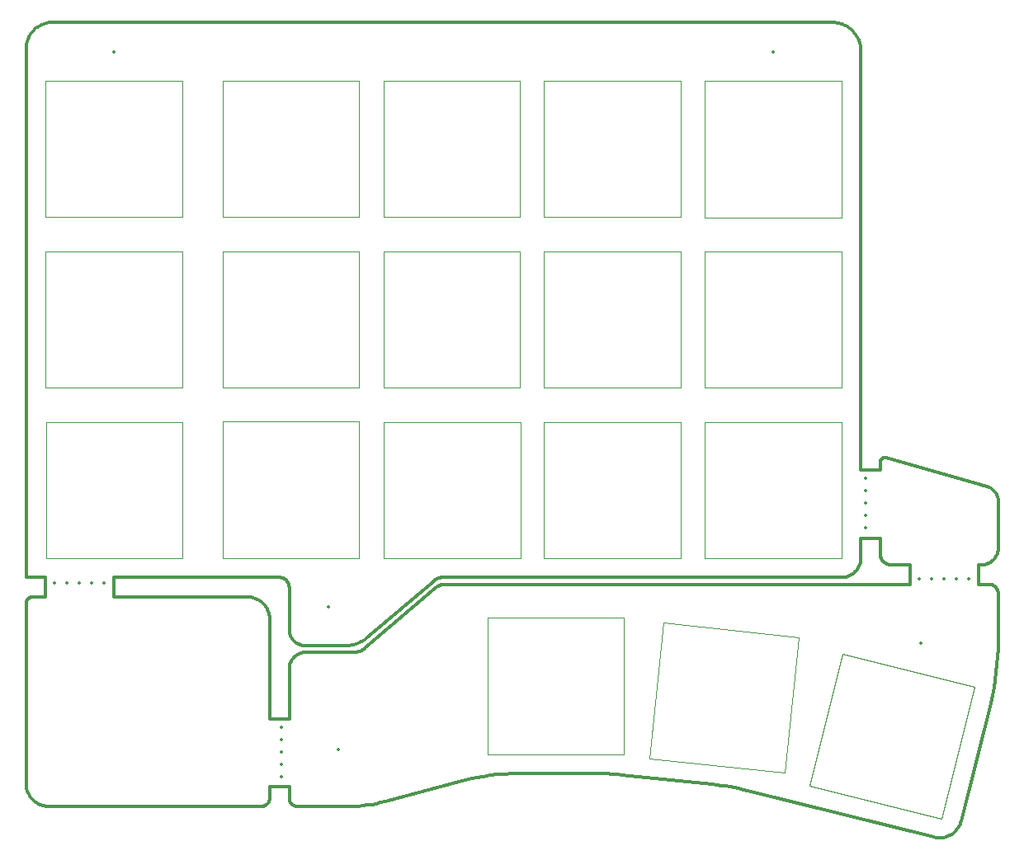
<source format=gbl>
%TF.GenerationSoftware,KiCad,Pcbnew,(6.0.6)*%
%TF.CreationDate,2022-09-17T23:41:59+09:00*%
%TF.ProjectId,split-mini_top,73706c69-742d-46d6-996e-695f746f702e,rev?*%
%TF.SameCoordinates,Original*%
%TF.FileFunction,Copper,L2,Bot*%
%TF.FilePolarity,Positive*%
%FSLAX46Y46*%
G04 Gerber Fmt 4.6, Leading zero omitted, Abs format (unit mm)*
G04 Created by KiCad (PCBNEW (6.0.6)) date 2022-09-17 23:41:59*
%MOMM*%
%LPD*%
G01*
G04 APERTURE LIST*
%TA.AperFunction,Profile*%
%ADD10C,0.349999*%
%TD*%
%TA.AperFunction,Profile*%
%ADD11C,0.120000*%
%TD*%
%ADD12C,0.350000*%
G04 APERTURE END LIST*
D10*
X55994536Y-84127249D02*
X62941371Y-78230300D01*
X48455705Y-101342096D02*
X48491151Y-101359916D01*
X105370687Y-77817152D02*
X105460997Y-77781545D01*
X47249151Y-77968775D02*
X47297495Y-77982189D01*
X48349869Y-84268510D02*
X48399840Y-84332657D01*
X45319867Y-101428740D02*
X45359889Y-101421758D01*
X21038639Y-23391422D02*
X21028677Y-23525300D01*
X47793113Y-78313838D02*
X47824164Y-78353695D01*
X116441411Y-103937807D02*
X116513709Y-103854992D01*
X21784794Y-100840594D02*
X21871179Y-100915014D01*
X23025611Y-77937815D02*
X23025611Y-77937815D01*
X55329939Y-85497070D02*
X55255709Y-85526188D01*
X70133669Y-98111382D02*
X70873306Y-98074982D01*
X120701220Y-75435875D02*
X120723363Y-75356073D01*
X49434057Y-84919741D02*
X49514751Y-84929764D01*
X116937738Y-103067128D02*
X116968856Y-102954535D01*
X30025611Y-77937815D02*
X30025611Y-77937815D01*
X21622888Y-100678691D02*
X21701835Y-100761649D01*
X63118653Y-78104941D02*
X63165926Y-78078795D01*
X115644464Y-104498434D02*
X115743942Y-104453807D01*
X111774467Y-78637816D02*
X111774467Y-78637816D01*
X21025611Y-99129103D02*
X21025611Y-99129103D01*
X54196868Y-101437812D02*
X54659376Y-101430232D01*
X46021592Y-100691593D02*
X46024625Y-100650809D01*
X55372273Y-84547125D02*
X55503273Y-84474664D01*
X22555917Y-101302658D02*
X22662900Y-101338053D01*
X21548467Y-100592307D02*
X21622888Y-100678691D01*
X45657000Y-101298693D02*
X45690238Y-101275331D01*
X120580646Y-79029760D02*
X120551683Y-78992904D01*
X47724906Y-78238528D02*
X47724906Y-78238528D01*
X22347877Y-101216489D02*
X22450846Y-101262110D01*
X108806970Y-65784533D02*
X108788300Y-65805774D01*
X120521018Y-78957504D02*
X120488714Y-78923621D01*
X49514751Y-84929764D02*
X49596135Y-84935819D01*
X120754645Y-79416861D02*
X120743752Y-79369661D01*
X109021426Y-65650252D02*
X108994789Y-65659278D01*
X21821555Y-21737985D02*
X21728599Y-21835656D01*
X81752674Y-98175401D02*
X82102412Y-98209845D01*
X120292038Y-68989505D02*
X120198264Y-68906180D01*
X48184055Y-83991463D02*
X48220285Y-84063523D01*
X92353572Y-99303294D02*
X92803934Y-99370604D01*
X48025611Y-92437812D02*
X48025611Y-92437812D01*
X21701835Y-100761649D02*
X21784794Y-100840594D01*
X45863165Y-101102397D02*
X45886526Y-101069160D01*
X93700726Y-99528736D02*
X94146949Y-99619521D01*
X114217994Y-104607398D02*
X114332015Y-104632783D01*
X55544321Y-85390464D02*
X55474354Y-85429168D01*
X119849048Y-78639122D02*
X119798842Y-78637850D01*
X120378654Y-69079779D02*
X120292038Y-68989505D01*
X44992462Y-80327745D02*
X44896442Y-80267059D01*
X21184521Y-22743554D02*
X21142842Y-22869515D01*
X109159706Y-65628702D02*
X109131604Y-65629826D01*
X47437594Y-78036251D02*
X47482368Y-78058762D01*
X21871179Y-100915014D02*
X21960802Y-100984829D01*
X55026238Y-85593728D02*
X54947852Y-85609504D01*
X108676481Y-66089548D02*
X108675643Y-66118251D01*
X115439215Y-104573296D02*
X115542831Y-104538298D01*
X120175747Y-90041614D02*
X120334181Y-89253993D01*
X48387498Y-101301289D02*
X48421131Y-101322544D01*
X21232266Y-22619845D02*
X21184521Y-22743554D01*
X120774467Y-79613475D02*
X120774467Y-79613475D01*
X48568989Y-84510368D02*
X48630819Y-84563633D01*
X115841090Y-104404522D02*
X115935738Y-104350682D01*
X120755900Y-75193230D02*
X120766178Y-75110466D01*
X105951907Y-77483713D02*
X106024068Y-77421208D01*
X120773113Y-70057586D02*
X120769082Y-69992617D01*
X120457740Y-69176506D02*
X120378654Y-69079779D01*
X21960802Y-100984829D02*
X22053472Y-101049963D01*
X21212290Y-80175202D02*
X21188997Y-80202228D01*
X116859876Y-103283530D02*
X116901354Y-103176827D01*
X48641104Y-86024013D02*
X48579738Y-86077169D01*
X104062908Y-20956994D02*
X103915112Y-20945753D01*
X21318048Y-80079432D02*
X21289999Y-80101271D01*
X120153762Y-76253991D02*
X120217176Y-76199357D01*
X53787147Y-84937812D02*
X53787147Y-84937812D01*
X30025611Y-77937815D02*
X46998878Y-77937815D01*
X105274429Y-21363314D02*
X105152556Y-21293237D01*
X23743743Y-20941960D02*
X23608950Y-20945288D01*
X21376948Y-80040174D02*
X21347051Y-80059058D01*
X108770942Y-65827987D02*
X108754927Y-65851107D01*
X54627738Y-85637847D02*
X49716880Y-85637816D01*
X116582122Y-103768452D02*
X116646478Y-103678292D01*
X55806701Y-85204901D02*
X55806701Y-85204901D01*
X108681000Y-75645683D02*
X108687678Y-75699449D01*
X48263694Y-101199782D02*
X48292902Y-101227576D01*
X120488714Y-78923621D02*
X120454831Y-78891317D01*
X47981259Y-78665933D02*
X47994675Y-78714277D01*
X44593043Y-80114500D02*
X44487432Y-80073742D01*
X45783118Y-101195281D02*
X45783118Y-101195281D01*
X46998878Y-77937815D02*
X47049792Y-77939076D01*
X120678260Y-79190516D02*
X120656715Y-79148450D01*
X105027071Y-21228966D02*
X104898158Y-21170683D01*
X119898595Y-78642891D02*
X119849048Y-78639122D01*
X108687678Y-75699449D02*
X108696963Y-75752663D01*
X119329920Y-76619244D02*
X119411834Y-76604951D01*
X47150499Y-77949064D02*
X47200124Y-77957721D01*
X30025611Y-79937815D02*
X30025611Y-79937815D01*
X63482317Y-78736669D02*
X63441478Y-78756970D01*
X106583990Y-23124944D02*
X106544773Y-22986841D01*
X119247157Y-76629524D02*
X119329920Y-76619244D01*
X54708534Y-85636055D02*
X54627738Y-85637847D01*
X48027843Y-87242016D02*
X48025641Y-87329047D01*
X108704938Y-65951392D02*
X108696116Y-65978097D01*
X106675612Y-66895079D02*
X106675612Y-23852266D01*
X48527404Y-101375978D02*
X48564397Y-101390253D01*
X22247198Y-101165871D02*
X22347877Y-101216489D01*
X21036909Y-99357303D02*
X21050913Y-99470047D01*
X21236999Y-80149249D02*
X21236999Y-80149249D01*
X63441478Y-78756970D02*
X63401512Y-78779074D01*
X109187893Y-65629198D02*
X109159706Y-65628702D01*
X119492762Y-76586703D02*
X119572563Y-76564558D01*
X49376040Y-85672178D02*
X49294217Y-85691063D01*
X105876780Y-77542749D02*
X105951907Y-77483713D01*
X49213962Y-85713853D02*
X49135381Y-85740442D01*
X103915112Y-20945753D02*
X103765349Y-20941964D01*
X47345073Y-77997930D02*
X47391801Y-78015962D01*
X48220285Y-84063523D02*
X48260035Y-84133808D01*
X48292902Y-101227576D02*
X48323317Y-101253777D01*
X21028448Y-99243592D02*
X21036909Y-99357303D01*
X62941371Y-78230300D02*
X62941371Y-78230300D01*
X65758204Y-98834754D02*
X65758204Y-98834754D01*
X80350426Y-98083501D02*
X80701393Y-98099590D01*
X118774467Y-76637816D02*
X119079642Y-76637816D01*
X120221817Y-78734070D02*
X120178601Y-78714532D01*
X63742213Y-78653990D02*
X63697439Y-78662998D01*
X46000673Y-100811590D02*
X46009588Y-100772051D01*
X21471411Y-79992709D02*
X21439187Y-80006975D01*
X45696399Y-81067015D02*
X45635713Y-80970995D01*
X115333789Y-104603324D02*
X115439215Y-104573296D01*
X106479515Y-76811328D02*
X106519342Y-76723237D01*
X48260035Y-84133808D02*
X48303249Y-84202182D01*
X48361640Y-86317158D02*
X48314487Y-86383464D01*
X104686904Y-77937815D02*
X104789242Y-77935229D01*
X120334181Y-89253993D02*
X120468428Y-88462270D01*
X120087971Y-76305244D02*
X120153762Y-76253991D01*
X46025611Y-99437812D02*
X48025611Y-99437812D01*
X48509612Y-84453864D02*
X48509612Y-84453864D01*
X119877728Y-76438153D02*
X119949815Y-76397383D01*
X108727056Y-65899815D02*
X108715262Y-65925277D01*
X119411834Y-76604951D02*
X119492762Y-76586703D01*
X45197585Y-101437812D02*
X45238647Y-101436795D01*
X21047137Y-80483955D02*
X21039355Y-80518449D01*
X54947852Y-85609504D02*
X54868700Y-85621844D01*
X109078830Y-76388518D02*
X109121567Y-76421812D01*
X120344325Y-78804487D02*
X120304741Y-78779110D01*
X57403259Y-101068567D02*
X57851935Y-100956046D01*
X63324454Y-78828595D02*
X63287485Y-78855968D01*
X48602063Y-101402715D02*
X48640336Y-101413334D01*
X48024380Y-78913635D02*
X48025641Y-78964549D01*
X120217176Y-76199357D02*
X120278075Y-76141402D01*
X55612648Y-85348646D02*
X55544321Y-85390464D01*
X48838470Y-101437842D02*
X54196868Y-101437812D01*
X70873306Y-98074982D02*
X71614337Y-98062834D01*
X45925300Y-81583551D02*
X45889720Y-81476020D01*
X22771606Y-101368218D02*
X22881847Y-101393073D01*
X48314487Y-86383464D02*
X48270497Y-86452083D01*
X55121014Y-101407515D02*
X55581415Y-101369709D01*
X106519342Y-76723237D02*
X106554952Y-76632928D01*
X48579738Y-86077169D02*
X48521003Y-86133168D01*
X106586220Y-76540525D02*
X106613021Y-76446154D01*
X108891649Y-76191890D02*
X108924942Y-76234628D01*
X45279430Y-101433762D02*
X45319867Y-101428740D01*
X21641204Y-79945692D02*
X21606286Y-79951772D01*
X46025611Y-92437812D02*
X46025611Y-92437812D01*
X119993194Y-90824576D02*
X119993194Y-90824576D01*
X48185114Y-101108608D02*
X48209696Y-101140162D01*
X22582237Y-21202494D02*
X22463694Y-21262084D01*
X115008377Y-104662548D02*
X115118197Y-104648054D01*
X48078892Y-86906381D02*
X48060006Y-86988204D01*
X106675612Y-73895079D02*
X106675612Y-73895079D01*
X106335978Y-77061043D02*
X106387708Y-76980356D01*
X23475071Y-20955235D02*
X23342329Y-20971711D01*
X120551683Y-78992904D02*
X120521018Y-78957504D01*
X45570242Y-80877848D02*
X45500065Y-80787765D01*
X23608950Y-20945288D02*
X23475071Y-20955235D01*
X120019942Y-76353061D02*
X120087971Y-76305244D01*
X21142842Y-22869515D02*
X21107322Y-22997505D01*
X48025641Y-87329047D02*
X48025641Y-87329047D01*
X45622738Y-101320347D02*
X45657000Y-101298693D01*
X48771300Y-85926654D02*
X48704993Y-85973806D01*
X49275288Y-84888014D02*
X49354191Y-84905805D01*
X92803934Y-99370604D02*
X93253019Y-99445758D01*
X43704978Y-79937854D02*
X30025611Y-79937815D01*
X49678077Y-84937850D02*
X49678077Y-84937850D01*
X48025641Y-87329047D02*
X48025611Y-92437812D01*
X63878907Y-78638836D02*
X63833009Y-78641887D01*
X103765349Y-20941964D02*
X103765349Y-20941964D01*
X45989854Y-100850579D02*
X46000673Y-100811590D01*
X119949815Y-76397383D02*
X120019942Y-76353061D01*
X54238299Y-84907851D02*
X54386496Y-84884749D01*
X56951500Y-101166243D02*
X57403259Y-101068567D01*
X120727124Y-69739575D02*
X120691299Y-69618023D01*
X106158985Y-77286296D02*
X106221492Y-77214138D01*
X48026610Y-100665296D02*
X48029589Y-100705335D01*
X120097707Y-68830299D02*
X119990739Y-68762359D01*
X115935738Y-104350682D02*
X116027711Y-104292391D01*
X62941371Y-78230300D02*
X62983772Y-78195898D01*
X48694965Y-84613603D02*
X48761292Y-84660222D01*
X48162182Y-101075982D02*
X48185114Y-101108608D01*
X109300078Y-65647631D02*
X109300078Y-65647631D01*
X120198264Y-68906180D02*
X120097707Y-68830299D01*
X119635116Y-68611140D02*
X119635116Y-68611140D01*
X106675612Y-23852266D02*
X106671826Y-23702504D01*
X21070384Y-99581635D02*
X21095242Y-99691877D01*
X106446910Y-22719457D02*
X106388630Y-22590543D01*
X82102412Y-98209845D02*
X82102412Y-98209845D01*
X106093135Y-77355361D02*
X106158985Y-77286296D01*
X21026226Y-80624221D02*
X21025336Y-80660044D01*
X45980608Y-81803618D02*
X45955622Y-81692814D01*
X55255709Y-85526188D02*
X55180276Y-85552030D01*
X114559640Y-104665632D02*
X114672897Y-104673303D01*
X49459323Y-85657305D02*
X49376040Y-85672178D01*
X43820052Y-79940706D02*
X43704978Y-79937854D01*
X46025611Y-92437812D02*
X46025611Y-82258441D01*
X118774467Y-78637816D02*
X118774467Y-78637816D01*
X46025641Y-100609748D02*
X46025611Y-99437812D01*
X44487432Y-80073742D02*
X44379898Y-80038162D01*
X47391801Y-78015962D02*
X47437594Y-78036251D01*
X106011052Y-22001060D02*
X105919581Y-21895462D01*
X45587517Y-101340266D02*
X45622738Y-101320347D01*
X46022759Y-82143374D02*
X46014255Y-82029088D01*
X104989763Y-77914905D02*
X105087696Y-77897418D01*
X21025611Y-77937815D02*
X21025611Y-77937815D01*
X55180276Y-85552030D02*
X55103749Y-85574557D01*
X63263502Y-78032926D02*
X63313656Y-78013257D01*
X104492671Y-21033598D02*
X104351871Y-21001099D01*
X48075449Y-83688174D02*
X48097040Y-83765982D01*
X45551407Y-101358422D02*
X45587517Y-101340266D01*
X104765998Y-21118573D02*
X104630775Y-21072816D01*
X120042667Y-78668574D02*
X119995466Y-78657678D01*
X71614337Y-98062834D02*
X79296523Y-98062812D01*
X45476790Y-101389329D02*
X45514476Y-101374785D01*
X45085609Y-80393215D02*
X44992462Y-80327745D01*
X48050126Y-100823138D02*
X48060747Y-100861413D01*
X44797738Y-80211237D02*
X44696542Y-80160358D01*
X45500065Y-80787765D02*
X45425261Y-80700935D01*
X47200124Y-77957721D02*
X47249151Y-77968775D01*
X108998076Y-76315383D02*
X108998076Y-76315383D01*
X49354191Y-84905805D02*
X49434057Y-84919741D01*
X49135381Y-85740442D02*
X49058579Y-85770724D01*
X109272255Y-65640530D02*
X109244237Y-65635099D01*
X22463694Y-21262084D02*
X22348071Y-21327464D01*
X21747886Y-79937815D02*
X21747886Y-79937815D01*
X114332015Y-104632783D02*
X114445955Y-104652160D01*
X23025611Y-77937815D02*
X23025611Y-79937815D01*
X79296523Y-98062812D02*
X79296523Y-98062812D01*
X119572563Y-76564558D02*
X119651099Y-76538573D01*
X21676482Y-79941323D02*
X21641204Y-79945692D01*
X63416328Y-77980585D02*
X63468699Y-77967636D01*
X21110478Y-80319873D02*
X21094633Y-80351373D01*
X48025611Y-92437812D02*
X46025611Y-92437812D01*
X115542831Y-104538298D02*
X115644464Y-104498434D01*
X108893963Y-65710666D02*
X108870536Y-65727271D01*
X109075929Y-65636878D02*
X109048496Y-65642782D01*
X67200877Y-98497965D02*
X67929031Y-98365328D01*
X63362484Y-78802956D02*
X63324454Y-78828595D01*
X105278283Y-77848416D02*
X105370687Y-77817152D01*
X108675643Y-66118251D02*
X108675612Y-66895079D01*
X108688828Y-66005329D02*
X108683105Y-66033024D01*
X116968856Y-102954535D02*
X119993194Y-90824576D01*
X48029589Y-100705335D02*
X48034519Y-100745032D01*
X46024625Y-100650809D02*
X46025641Y-100609748D01*
X103765349Y-20941964D02*
X23743743Y-20941960D01*
X48209696Y-101140162D02*
X48235898Y-101170575D01*
X22235592Y-21398542D02*
X22126477Y-21475225D01*
X21262963Y-80124552D02*
X21236999Y-80149249D01*
X120774467Y-84461646D02*
X120774467Y-84461646D01*
X55103749Y-85574557D02*
X55026238Y-85593728D01*
X21478649Y-100502685D02*
X21548467Y-100592307D01*
X54962899Y-84728765D02*
X55101881Y-84674251D01*
X21095242Y-99691877D02*
X21125409Y-99800585D01*
X109300078Y-65647631D02*
X109272255Y-65640530D01*
X119163685Y-76635734D02*
X119247157Y-76629524D01*
X21028677Y-23525300D02*
X21025336Y-23660094D01*
X106660587Y-23554708D02*
X106642080Y-23409061D01*
X21025336Y-23660094D02*
X21025611Y-77937815D01*
X21201357Y-100012642D02*
X21246981Y-100115611D01*
X119635116Y-68611140D02*
X109300078Y-65647631D01*
X120725364Y-86068068D02*
X120762179Y-85265514D01*
X111774467Y-76637816D02*
X111774467Y-78637816D01*
X106435595Y-76897076D02*
X106479515Y-76811328D01*
X111774467Y-78637816D02*
X63925056Y-78637816D01*
X118774467Y-76637816D02*
X118774467Y-76637816D01*
X23342329Y-20971711D02*
X23210947Y-20994624D01*
X23743743Y-20941960D02*
X23743743Y-20941960D01*
X119995466Y-78657678D02*
X119947421Y-78649097D01*
X48025611Y-83285361D02*
X48027642Y-83367308D01*
X45955622Y-81692814D02*
X45925300Y-81583551D01*
X105634839Y-77697804D02*
X105718120Y-77649920D01*
X21188997Y-80202228D02*
X21167145Y-80230267D01*
X55402857Y-85464716D02*
X55329939Y-85497070D01*
X95034537Y-99824439D02*
X95034537Y-99824439D01*
X48465004Y-86191903D02*
X48411847Y-86253268D01*
X120774467Y-84461646D02*
X120774467Y-79613475D01*
X120578420Y-87667003D02*
X120664088Y-86868750D01*
X45928098Y-100999676D02*
X45946253Y-100963567D01*
X45848961Y-81370410D02*
X45803102Y-81266913D01*
X22881847Y-101393073D02*
X22993432Y-101412541D01*
X48839919Y-85882664D02*
X48771300Y-85926654D01*
X21701835Y-100761649D02*
X21701835Y-100761649D01*
X63697439Y-78662998D02*
X63653166Y-78673944D01*
X106635229Y-76349940D02*
X106652721Y-76252008D01*
X47724906Y-78238528D02*
X47760016Y-78275421D01*
X63251639Y-78885050D02*
X55806701Y-85204901D01*
X109165758Y-76452872D02*
X109211312Y-76481663D01*
X79296523Y-98062812D02*
X79647946Y-98065109D01*
X21067660Y-80416466D02*
X21056580Y-80449941D01*
X48121371Y-101007775D02*
X48140925Y-101042349D01*
X94146949Y-99619521D02*
X94591588Y-99718094D01*
X48411847Y-86253268D02*
X48361640Y-86317158D01*
X55994536Y-84127249D02*
X55994536Y-84127249D01*
X48014389Y-78812928D02*
X48020617Y-78863067D01*
X48025641Y-78964549D02*
X48025641Y-78964549D01*
X48564397Y-101390253D02*
X48602063Y-101402715D01*
X45345908Y-80617549D02*
X45262522Y-80538196D01*
X47824164Y-78353695D02*
X47853131Y-78394907D01*
X44896442Y-80267059D02*
X44797738Y-80211237D01*
X47927193Y-78525835D02*
X47947483Y-78571628D01*
X21347051Y-80059058D02*
X21318048Y-80079432D01*
X48020617Y-78863067D02*
X48024380Y-78913635D01*
X63575139Y-77948649D02*
X63629061Y-77942665D01*
X119990739Y-68762359D02*
X119877736Y-68702855D01*
X120178601Y-78714532D02*
X120134296Y-78697062D01*
X63214234Y-78054781D02*
X63263502Y-78032926D01*
X54088872Y-84924446D02*
X54238299Y-84907851D01*
X45425261Y-80700935D02*
X45345908Y-80617549D01*
X55238407Y-84613679D02*
X55372273Y-84547125D01*
X120741609Y-75275145D02*
X120755900Y-75193230D01*
X22450846Y-101262110D02*
X22555917Y-101302658D01*
X106616486Y-23265745D02*
X106583990Y-23124944D01*
X105823218Y-21794389D02*
X105722147Y-21698025D01*
X109508212Y-76604643D02*
X109560782Y-76616497D01*
X120769082Y-69992617D02*
X120762421Y-69928269D01*
X106221492Y-77214138D02*
X106280531Y-77139012D01*
X109667756Y-76632459D02*
X109721979Y-76636494D01*
X106675612Y-66895079D02*
X106675612Y-66895079D01*
X108960430Y-76275822D02*
X108998076Y-76315383D01*
X119651099Y-76538573D02*
X119728231Y-76508805D01*
X108924942Y-76234628D02*
X108960430Y-76275822D01*
X21080353Y-80383591D02*
X21067660Y-80416466D01*
X81402561Y-98145543D02*
X81752674Y-98175401D01*
X63925056Y-78637816D02*
X63878907Y-78638836D01*
X48025611Y-83285361D02*
X48025611Y-83285361D01*
X48704993Y-85973806D02*
X48641104Y-86024013D01*
X62983772Y-78195898D02*
X63027501Y-78163519D01*
X105722147Y-21698025D02*
X105616549Y-21606553D01*
X108683105Y-66033024D02*
X108678979Y-66061118D01*
X79647946Y-98065109D02*
X79999262Y-98072007D01*
X45977159Y-100888950D02*
X45989854Y-100850579D01*
X120774467Y-79613475D02*
X120773197Y-79563271D01*
X93253019Y-99445758D02*
X93700726Y-99528736D01*
X21439187Y-80006975D02*
X21407679Y-80022805D01*
X21353138Y-100314488D02*
X21413513Y-100410016D01*
X105183911Y-77875213D02*
X105278283Y-77848416D01*
X105549090Y-77741721D02*
X105634839Y-77697804D01*
X120773197Y-79563271D02*
X120769430Y-79513727D01*
X21107322Y-22997505D02*
X21078053Y-23127302D01*
X43934344Y-79949209D02*
X43820052Y-79940706D01*
X114785555Y-104675276D02*
X114897439Y-104671657D01*
X21728599Y-21835656D02*
X21640971Y-21937362D01*
X108675612Y-66895079D02*
X106675612Y-66895079D01*
X21125409Y-99800585D02*
X21160807Y-99907570D01*
X105392508Y-21439014D02*
X105274429Y-21363314D01*
X55755861Y-84312320D02*
X55877040Y-84222588D01*
X45399429Y-101412843D02*
X45438419Y-101402024D01*
X91449431Y-99192275D02*
X91449431Y-99192275D01*
X120304741Y-78779110D02*
X120263884Y-78755617D01*
X47649593Y-78170323D02*
X47688011Y-78203419D01*
X108740083Y-75908095D02*
X108759419Y-75958202D01*
X106675643Y-75949149D02*
X106675643Y-75949149D01*
X63925056Y-78637816D02*
X63925056Y-78637816D01*
X116513709Y-103854992D02*
X116582122Y-103768452D01*
X108740288Y-65875071D02*
X108727056Y-65899815D01*
X105460997Y-77781545D02*
X105549090Y-77741721D01*
X21167145Y-80230267D02*
X21146758Y-80259261D01*
X21712063Y-79938689D02*
X21676482Y-79941323D01*
X120762421Y-69928269D02*
X120753176Y-69864605D01*
X48235898Y-101170575D02*
X48263694Y-101199782D01*
X54386496Y-84884749D02*
X54533259Y-84855214D01*
X116813476Y-103387131D02*
X116859876Y-103283530D01*
X108708817Y-75805236D02*
X108723203Y-75857077D01*
X119819088Y-68676422D02*
X119759070Y-68652283D01*
X120743752Y-79369661D02*
X120730605Y-79323365D01*
X108826921Y-65764326D02*
X108806970Y-65784533D01*
X21028875Y-80588641D02*
X21026226Y-80624221D01*
X56497027Y-101249025D02*
X56951500Y-101166243D01*
X47853131Y-78394907D02*
X47879982Y-78437391D01*
X45197585Y-101437812D02*
X45197585Y-101437812D01*
X49197483Y-84866423D02*
X49275288Y-84888014D01*
X45635713Y-80970995D02*
X45570242Y-80877848D01*
X108870536Y-65727271D02*
X108848120Y-65745218D01*
X115226725Y-104628278D02*
X115333789Y-104603324D01*
X65758204Y-98834754D02*
X66477072Y-98654466D01*
X120278075Y-76141402D02*
X120278075Y-76141402D01*
X108715262Y-65925277D02*
X108704938Y-65951392D01*
X22993432Y-101412541D02*
X23106173Y-101426542D01*
X21055128Y-23258681D02*
X21038639Y-23391422D01*
X105152556Y-21293237D02*
X105027071Y-21228966D01*
X116285855Y-104091851D02*
X116365402Y-104016795D01*
X119947421Y-78649097D02*
X119898595Y-78642891D01*
X21033260Y-80553364D02*
X21028875Y-80588641D01*
X30025611Y-79937815D02*
X30025611Y-77937815D01*
X108676966Y-75591455D02*
X108681000Y-75645683D01*
X45886526Y-101069160D02*
X45908180Y-101034897D01*
X120591823Y-69387334D02*
X120528921Y-69279189D01*
X45359889Y-101421758D02*
X45399429Y-101412843D01*
X108805314Y-76055316D02*
X108831798Y-76102144D01*
X120675236Y-75514412D02*
X120701220Y-75435875D01*
X120611979Y-75667136D02*
X120645470Y-75591546D01*
X21285986Y-22498611D02*
X21232266Y-22619845D01*
X63737941Y-77937850D02*
X63737941Y-77937850D01*
X120278075Y-76141402D02*
X120336030Y-76080501D01*
X57851935Y-100956046D02*
X57851935Y-100956046D01*
X47688011Y-78203419D02*
X47724906Y-78238528D01*
X106671826Y-23702504D02*
X106660587Y-23554708D01*
X118774467Y-78637816D02*
X118774467Y-76637816D01*
X114672897Y-104673303D02*
X114785555Y-104675276D01*
X116116836Y-104229753D02*
X116202942Y-104162872D01*
X21410980Y-22264459D02*
X21345588Y-22380075D01*
X48025641Y-78964549D02*
X48025611Y-83285361D01*
X106324361Y-22465057D02*
X106254285Y-22343184D01*
X106675643Y-75949149D02*
X106675612Y-73895079D01*
X48034376Y-87156128D02*
X48027843Y-87242016D01*
X63609455Y-78686808D02*
X63566368Y-78701565D01*
X106499019Y-22851618D02*
X106446910Y-22719457D01*
X45946253Y-100963567D02*
X45962616Y-100926635D01*
X49678077Y-84937850D02*
X53787147Y-84937812D01*
X116646478Y-103678292D02*
X116706604Y-103584617D01*
X120263884Y-78755617D02*
X120221817Y-78734070D01*
X54868700Y-85621844D02*
X54788890Y-85630708D01*
X22953154Y-21059387D02*
X22827190Y-21101053D01*
X106544773Y-22986841D02*
X106499019Y-22851618D01*
X119759070Y-68652283D02*
X119697731Y-68630502D01*
X48027642Y-83367308D02*
X48033697Y-83448699D01*
X115118197Y-104648054D02*
X115226725Y-104628278D01*
X120774467Y-70123114D02*
X120774467Y-70123114D01*
X45238647Y-101436795D02*
X45279430Y-101433762D01*
X109048496Y-65642782D02*
X109021426Y-65650252D01*
X108848120Y-65745218D02*
X108826921Y-65764326D01*
X63072486Y-78133191D02*
X63118653Y-78104941D01*
X109244237Y-65635099D02*
X109216093Y-65631326D01*
X108754927Y-65851107D02*
X108740288Y-65875071D01*
X104789242Y-77935229D02*
X104890237Y-77927551D01*
X120528921Y-69279189D02*
X120457740Y-69176506D01*
X109306150Y-76532285D02*
X109355252Y-76554041D01*
X108918171Y-65695552D02*
X108893963Y-65710666D01*
X46014255Y-82029088D02*
X46000179Y-81915773D01*
X48910742Y-85841941D02*
X48839919Y-85882664D01*
X120769430Y-79513727D02*
X120763225Y-79464903D01*
X119877736Y-68702855D02*
X119819088Y-68676422D01*
X47879982Y-78437391D02*
X47904681Y-78481061D01*
X23106173Y-101426542D02*
X23219880Y-101435000D01*
X21558764Y-22042879D02*
X21482069Y-22151986D01*
X63251639Y-78885050D02*
X63251639Y-78885050D01*
X45811433Y-101165526D02*
X45838124Y-101134542D01*
X106387708Y-76980356D02*
X106435595Y-76897076D01*
X21919236Y-21645039D02*
X21821555Y-21737985D01*
X55631204Y-84396371D02*
X55755861Y-84312320D01*
X120574820Y-75741045D02*
X120611979Y-75667136D01*
X49629850Y-85640017D02*
X49543962Y-85646549D01*
X47049792Y-77939076D02*
X47100361Y-77942837D01*
X120441915Y-75951292D02*
X120489731Y-75883262D01*
X48025611Y-100624983D02*
X48025611Y-100624983D01*
X109037636Y-76353029D02*
X109078830Y-76388518D01*
X105506609Y-21520155D02*
X105392508Y-21439014D01*
X109613994Y-76625781D02*
X109667756Y-76632459D01*
X21821555Y-21737985D02*
X21821555Y-21737985D01*
X48034519Y-100745032D02*
X48041374Y-100784322D01*
X63683353Y-77939056D02*
X63737941Y-77937850D01*
X21482069Y-22151986D02*
X21410980Y-22264459D01*
X21094633Y-80351373D02*
X21080353Y-80383591D01*
X106673052Y-76051487D02*
X106675643Y-75949149D01*
X49716880Y-85637816D02*
X49629850Y-85640017D01*
X104686904Y-77937815D02*
X104686904Y-77937815D01*
X106613021Y-76446154D02*
X106635229Y-76349940D01*
X44696542Y-80160358D02*
X44593043Y-80114500D01*
X46009588Y-100772051D02*
X46016570Y-100732029D01*
X106178587Y-22225104D02*
X106097448Y-22111002D01*
X106388630Y-22590543D02*
X106324361Y-22465057D01*
X47568523Y-78110308D02*
X47609736Y-78139275D01*
X108831798Y-76102144D02*
X108860588Y-76147699D01*
X47904681Y-78481061D02*
X47927193Y-78525835D01*
X45889720Y-81476020D02*
X45848961Y-81370410D01*
X120697798Y-79233732D02*
X120678260Y-79190516D01*
X119079642Y-76637816D02*
X119079642Y-76637816D01*
X48041374Y-100784322D02*
X48050126Y-100823138D01*
X120336030Y-76080501D02*
X120390662Y-76017084D01*
X116202942Y-104162872D02*
X116285855Y-104091851D01*
X22149000Y-101110337D02*
X22247198Y-101165871D01*
X45962616Y-100926635D02*
X45977159Y-100888950D01*
X104208555Y-20975503D02*
X104062908Y-20956994D01*
X108675612Y-75536856D02*
X108676966Y-75591455D01*
X22020951Y-21557422D02*
X21919236Y-21645039D01*
X47100361Y-77942837D02*
X47150499Y-77949064D01*
X94591588Y-99718094D02*
X95034537Y-99824439D01*
X63468699Y-77967636D02*
X63521660Y-77956982D01*
X21246981Y-100115611D02*
X21297601Y-100216290D01*
X109211312Y-76481663D02*
X109258140Y-76508146D01*
X104898158Y-21170683D02*
X104765998Y-21118573D01*
X48025611Y-100624983D02*
X48026610Y-100665296D01*
X48838470Y-101437842D02*
X48838470Y-101437842D01*
X63566368Y-78701565D02*
X63523968Y-78718193D01*
X45514476Y-101374785D02*
X45551407Y-101358422D01*
X120656715Y-79148450D02*
X120633223Y-79107594D01*
X45752222Y-81165717D02*
X45696399Y-81067015D01*
X119798842Y-78637850D02*
X118774467Y-78637816D01*
X105616549Y-21606553D02*
X105506609Y-21520155D01*
X120753176Y-69864605D02*
X120727124Y-69739575D01*
X63737941Y-77937850D02*
X104686904Y-77937815D01*
X48798162Y-101436844D02*
X48838470Y-101437842D01*
X120715266Y-79278035D02*
X120697798Y-79233732D01*
X48679149Y-101422085D02*
X48718435Y-101428938D01*
X44047665Y-79963285D02*
X43934344Y-79949209D01*
X21345588Y-22380075D02*
X21285986Y-22498611D01*
X120774467Y-74942950D02*
X120774467Y-70123114D01*
X108723203Y-75857077D02*
X108740083Y-75908095D01*
X63629061Y-77942665D02*
X63683353Y-77939056D01*
X120762179Y-85265514D02*
X120774467Y-84461646D01*
X63165926Y-78078795D02*
X63214234Y-78054781D01*
X66477072Y-98654466D02*
X67200877Y-98497965D01*
X48758129Y-101433867D02*
X48798162Y-101436844D01*
X47965517Y-78618355D02*
X47981259Y-78665933D01*
X48060006Y-86988204D02*
X48045132Y-87071489D01*
X21146758Y-80259261D02*
X21127860Y-80289149D01*
X55679226Y-85303752D02*
X55612648Y-85348646D01*
X120382575Y-78831688D02*
X120344325Y-78804487D01*
X44159825Y-79982855D02*
X44047665Y-79963285D01*
X68660941Y-98256633D02*
X69396017Y-98171959D01*
X105718120Y-77649920D02*
X105798809Y-77598194D01*
X108696116Y-65978097D02*
X108688828Y-66005329D01*
X109258140Y-76508146D02*
X109306150Y-76532285D01*
X116762328Y-103487528D02*
X116813476Y-103387131D01*
X21025611Y-77937815D02*
X23025611Y-77937815D01*
X23210947Y-20994624D02*
X23081148Y-21023879D01*
X105798809Y-77598194D02*
X105876780Y-77542749D01*
X105087696Y-77897418D02*
X105183911Y-77875213D01*
X63313656Y-78013257D02*
X63364623Y-77995801D01*
X120134296Y-78697062D02*
X120088965Y-78681722D01*
X48101683Y-86826126D02*
X48078892Y-86906381D01*
X109776572Y-76637847D02*
X109776572Y-76637847D01*
X69396017Y-98171959D02*
X70133669Y-98111382D01*
X106642080Y-23409061D02*
X106616486Y-23265745D01*
X47760016Y-78275421D02*
X47793113Y-78313838D01*
X104351871Y-21001099D02*
X104208555Y-20975503D01*
X54788890Y-85630708D02*
X54708534Y-85636055D01*
X63287485Y-78855968D02*
X63251639Y-78885050D01*
X49045708Y-84812066D02*
X49120911Y-84841088D01*
X48128272Y-86747545D02*
X48101683Y-86826126D01*
X104630775Y-21072816D02*
X104492671Y-21033598D01*
X120772386Y-75026993D02*
X120774467Y-74942950D01*
X63401512Y-78779074D02*
X63362484Y-78802956D01*
X48303249Y-84202182D02*
X48349869Y-84268510D01*
X21297601Y-100216290D02*
X21353138Y-100314488D01*
X106665370Y-76152481D02*
X106673052Y-76051487D01*
X49120911Y-84841088D02*
X49197483Y-84866423D01*
X71614337Y-98062834D02*
X71614337Y-98062834D01*
X106097448Y-22111002D02*
X106011052Y-22001060D01*
X48354871Y-101278357D02*
X48387498Y-101301289D01*
X21050913Y-99470047D02*
X21070384Y-99581635D01*
X21407679Y-80022805D02*
X21376948Y-80040174D01*
X53938420Y-84934458D02*
X54088872Y-84924446D01*
X48087486Y-100936075D02*
X48103549Y-100972329D01*
X45838124Y-101134542D02*
X45863165Y-101102397D01*
X108998076Y-76315383D02*
X109037636Y-76353029D01*
X48158555Y-86670743D02*
X48128272Y-86747545D01*
X49596135Y-84935819D02*
X49678077Y-84937850D01*
X54533259Y-84855214D02*
X54678384Y-84819322D01*
X21025336Y-80660044D02*
X21025611Y-99129103D01*
X109405357Y-76573378D02*
X109456374Y-76590257D01*
X21236999Y-80149249D02*
X21212290Y-80175202D01*
X120390662Y-76017084D02*
X120441915Y-75951292D01*
X21025336Y-80660044D02*
X21025336Y-80660044D01*
X108696963Y-75752663D02*
X108708817Y-75805236D01*
X47609736Y-78139275D02*
X47649593Y-78170323D01*
X44379898Y-80038162D02*
X44270632Y-80007841D01*
X54627738Y-85637847D02*
X54627738Y-85637847D01*
X119803821Y-76475312D02*
X119877728Y-76438153D01*
X116027711Y-104292391D02*
X116116836Y-104229753D01*
X119728231Y-76508805D02*
X119803821Y-76475312D01*
X21640971Y-21937362D02*
X21558764Y-22042879D01*
X22126477Y-21475225D02*
X22020951Y-21557422D01*
X116365402Y-104016795D02*
X116441411Y-103937807D01*
X105919581Y-21895462D02*
X105823218Y-21794389D01*
X48323317Y-101253777D02*
X48354871Y-101278357D01*
X108678979Y-66061118D02*
X108676481Y-66089548D01*
X45345908Y-80617549D02*
X45345908Y-80617549D01*
X63787423Y-78646946D02*
X63742213Y-78653990D01*
X108860588Y-76147699D02*
X108891649Y-76191890D01*
X55581415Y-101369709D02*
X56040209Y-101316863D01*
X108675612Y-75536856D02*
X108675612Y-75536856D01*
X63523968Y-78718193D02*
X63482317Y-78736669D01*
X46025611Y-99437812D02*
X46025611Y-99437812D01*
X120730605Y-79323365D02*
X120715266Y-79278035D01*
X109456374Y-76590257D02*
X109508212Y-76604643D01*
X45908180Y-101034897D02*
X45928098Y-100999676D01*
X108781176Y-76007305D02*
X108805314Y-76055316D01*
X106254285Y-22343184D02*
X106178587Y-22225104D01*
X43704978Y-79937854D02*
X43704978Y-79937854D01*
X120664088Y-86868750D02*
X120725364Y-86068068D01*
X55743947Y-85255824D02*
X55679226Y-85303752D01*
X55877040Y-84222588D02*
X55994536Y-84127249D01*
X48761292Y-84660222D02*
X48829666Y-84703434D01*
X63833009Y-78641887D02*
X63787423Y-78646946D01*
X95034537Y-99824439D02*
X114217994Y-104607398D01*
X23334365Y-101437834D02*
X23334365Y-101437834D01*
X109121567Y-76421812D02*
X109165758Y-76452872D01*
X48043721Y-83529397D02*
X48057657Y-83609267D01*
X108994789Y-65659278D02*
X108968654Y-65669845D01*
X48399840Y-84332657D02*
X48453107Y-84394487D01*
X57851935Y-100956046D02*
X65758204Y-98834754D01*
X48122376Y-83842557D02*
X48151400Y-83917762D01*
X109103655Y-65632555D02*
X109075929Y-65636878D01*
X48270497Y-86452083D02*
X48229773Y-86522906D01*
X54659376Y-101430232D02*
X55121014Y-101407515D01*
X48140925Y-101042349D02*
X48162182Y-101075982D01*
X67929031Y-98365328D02*
X68660941Y-98256633D01*
X114445955Y-104652160D02*
X114559640Y-104665632D01*
X23025611Y-79937815D02*
X21747886Y-79937815D01*
X45262522Y-80538196D02*
X45175692Y-80463392D01*
X48509612Y-84453864D02*
X48568989Y-84510368D01*
X47526039Y-78083459D02*
X47568523Y-78110308D01*
X119079642Y-76637816D02*
X119163685Y-76635734D01*
X48491151Y-101359916D02*
X48527404Y-101375978D01*
X63364623Y-77995801D02*
X63416328Y-77980585D01*
X21056580Y-80449941D02*
X21047137Y-80483955D01*
X47482368Y-78058762D02*
X47526039Y-78083459D01*
X45438419Y-101402024D02*
X45476790Y-101389329D01*
X120774467Y-70123114D02*
X120773113Y-70057586D01*
X120633223Y-79107594D02*
X120607846Y-79068011D01*
X21747886Y-79937815D02*
X21712063Y-79938689D01*
X48192424Y-86595828D02*
X48158555Y-86670743D01*
X108675612Y-66895079D02*
X108675612Y-66895079D01*
X21606286Y-79951772D02*
X21571789Y-79959538D01*
X115743942Y-104453807D02*
X115841090Y-104404522D01*
X21571789Y-79959538D02*
X21537771Y-79968966D01*
X119697731Y-68630502D02*
X119635116Y-68611140D01*
X91902037Y-99243845D02*
X92353572Y-99303294D01*
X55101881Y-84674251D02*
X55238407Y-84613679D01*
X120646074Y-69500444D02*
X120591823Y-69387334D01*
X120723363Y-75356073D02*
X120741609Y-75275145D01*
X108870536Y-65727271D02*
X108870536Y-65727271D01*
X54678384Y-84819322D02*
X54821665Y-84777147D01*
X45722382Y-101250289D02*
X45753364Y-101223597D01*
X119993194Y-90824576D02*
X120175747Y-90041614D01*
X21413513Y-100410016D02*
X21478649Y-100502685D01*
X48229773Y-86522906D02*
X48192424Y-86595828D01*
X48025611Y-99437812D02*
X48025611Y-100624983D01*
X44270632Y-80007841D02*
X44159825Y-79982855D01*
X48983665Y-85804593D02*
X48910742Y-85841941D01*
X45783118Y-101195281D02*
X45811433Y-101165526D01*
X48640336Y-101413334D02*
X48679149Y-101422085D01*
X120607846Y-79068011D02*
X120580646Y-79029760D01*
X63521660Y-77956982D02*
X63575139Y-77948649D01*
X46025641Y-100609748D02*
X46025641Y-100609748D01*
X48630819Y-84563633D02*
X48694965Y-84613603D01*
X120645470Y-75591546D02*
X120675236Y-75514412D01*
X48453107Y-84394487D02*
X48509612Y-84453864D01*
X22053472Y-101049963D02*
X22149000Y-101110337D01*
X23081148Y-21023879D02*
X22953154Y-21059387D01*
X119798842Y-78637850D02*
X119798842Y-78637850D01*
X120468428Y-88462270D02*
X120578420Y-87667003D01*
X80701393Y-98099590D02*
X81052120Y-98120271D01*
X23025611Y-79937815D02*
X23025611Y-79937815D01*
X49058579Y-85770724D02*
X48983665Y-85804593D01*
X63653166Y-78673944D02*
X63609455Y-78686808D01*
X108675643Y-66118251D02*
X108675643Y-66118251D01*
X108968654Y-65669845D02*
X108943091Y-65681941D01*
X106675612Y-73895079D02*
X108675612Y-73895079D01*
X48103549Y-100972329D02*
X48121371Y-101007775D01*
X55806701Y-85204901D02*
X55743947Y-85255824D01*
X48263694Y-101199782D02*
X48263694Y-101199782D01*
X46025611Y-82258441D02*
X46025611Y-82258441D01*
X120088965Y-78681722D02*
X120042667Y-78668574D01*
X104890237Y-77927551D02*
X104989763Y-77914905D01*
X22827190Y-21101053D02*
X22703476Y-21148786D01*
X48033697Y-83448699D02*
X48043721Y-83529397D01*
X116901354Y-103176827D02*
X116937738Y-103067128D01*
X114897439Y-104671657D02*
X115008377Y-104662548D01*
X47947483Y-78571628D02*
X47965517Y-78618355D01*
X45175692Y-80463392D02*
X45085609Y-80393215D01*
X48899950Y-84743182D02*
X48972009Y-84779412D01*
X21078053Y-23127302D02*
X21055128Y-23258681D01*
X21039355Y-80518449D02*
X21033260Y-80553364D01*
X120774467Y-74942950D02*
X120774467Y-74942950D01*
X49294217Y-85691063D02*
X49213962Y-85713853D01*
X120766178Y-75110466D02*
X120772386Y-75026993D01*
X22703476Y-21148786D02*
X22582237Y-21202494D01*
X81052120Y-98120271D02*
X81402561Y-98145543D01*
X55503273Y-84474664D02*
X55631204Y-84396371D01*
X23219880Y-101435000D02*
X23334365Y-101437834D01*
X48005730Y-78763304D02*
X48014389Y-78812928D01*
X48057657Y-83609267D02*
X48075449Y-83688174D01*
X46998878Y-77937815D02*
X46998878Y-77937815D01*
X109776572Y-76637847D02*
X111774467Y-76637816D01*
X82102412Y-98209845D02*
X91449431Y-99192275D01*
X120419431Y-78860652D02*
X120382575Y-78831688D01*
X46000179Y-81915773D02*
X45980608Y-81803618D01*
X45753364Y-101223597D02*
X45783118Y-101195281D01*
X108943091Y-65681941D02*
X108918171Y-65695552D01*
X45803102Y-81266913D02*
X45752222Y-81165717D01*
X21537771Y-79968966D02*
X21504292Y-79980031D01*
X56040209Y-101316863D02*
X56497027Y-101249025D01*
X120691299Y-69618023D02*
X120646074Y-69500444D01*
X21127860Y-80289149D02*
X21110478Y-80319873D01*
X48045132Y-87071489D02*
X48034376Y-87156128D01*
X106554952Y-76632928D02*
X106586220Y-76540525D01*
X22662900Y-101338053D02*
X22771606Y-101368218D01*
X120489731Y-75883262D02*
X120534051Y-75813133D01*
X45690238Y-101275331D02*
X45722382Y-101250289D01*
X21289999Y-80101271D02*
X21262963Y-80124552D01*
X54821665Y-84777147D02*
X54962899Y-84728765D01*
X106652721Y-76252008D02*
X106665370Y-76152481D01*
X91449431Y-99192275D02*
X91902037Y-99243845D01*
X108675612Y-73895079D02*
X108675612Y-75536856D01*
X114217994Y-104607398D02*
X114217994Y-104607398D01*
X54196868Y-101437812D02*
X54196868Y-101437812D01*
X79999262Y-98072007D02*
X80350426Y-98083501D01*
X109355252Y-76554041D02*
X109405357Y-76573378D01*
X116706604Y-103584617D02*
X116762328Y-103487528D01*
X116968856Y-102954535D02*
X116968856Y-102954535D01*
X63027501Y-78163519D02*
X63072486Y-78133191D01*
X48151400Y-83917762D02*
X48184055Y-83991463D01*
X108788300Y-65805774D02*
X108770942Y-65827987D01*
X48972009Y-84779412D02*
X49045708Y-84812066D01*
X48718435Y-101428938D02*
X48758129Y-101433867D01*
X106280531Y-77139012D02*
X106335978Y-77061043D01*
X109216093Y-65631326D02*
X109187893Y-65629198D01*
X48060747Y-100861413D02*
X48073210Y-100899081D01*
X48829666Y-84703434D02*
X48899950Y-84743182D01*
X48025611Y-99437812D02*
X48025611Y-99437812D01*
X21025336Y-23660094D02*
X21025336Y-23660094D01*
X55474354Y-85429168D02*
X55402857Y-85464716D01*
X46016570Y-100732029D02*
X46021592Y-100691593D01*
X120534051Y-75813133D02*
X120574820Y-75741045D01*
X21025611Y-99129103D02*
X21028448Y-99243592D01*
X23334365Y-101437834D02*
X45197585Y-101437812D01*
X21160807Y-99907570D02*
X21201357Y-100012642D01*
X109131604Y-65629826D02*
X109103655Y-65632555D01*
X53787147Y-84937812D02*
X53938420Y-84934458D01*
X120454831Y-78891317D02*
X120419431Y-78860652D01*
X46025611Y-82258441D02*
X46022759Y-82143374D01*
X21504292Y-79980031D02*
X21471411Y-79992709D01*
X111774467Y-76637816D02*
X111774467Y-76637816D01*
X48521003Y-86133168D02*
X48465004Y-86191903D01*
X109721979Y-76636494D02*
X109776572Y-76637847D01*
X48421131Y-101322544D02*
X48455705Y-101342096D01*
X22348071Y-21327464D02*
X22235592Y-21398542D01*
X48097040Y-83765982D02*
X48122376Y-83842557D01*
X120763225Y-79464903D02*
X120754645Y-79416861D01*
X106024068Y-77421208D02*
X106093135Y-77355361D01*
X47297495Y-77982189D02*
X47345073Y-77997930D01*
X48073210Y-100899081D02*
X48087486Y-100936075D01*
X109560782Y-76616497D02*
X109613994Y-76625781D01*
X49543962Y-85646549D02*
X49459323Y-85657305D01*
X108675612Y-73895079D02*
X108675612Y-73895079D01*
X108759419Y-75958202D02*
X108781176Y-76007305D01*
X47994675Y-78714277D02*
X48005730Y-78763304D01*
D11*
%TO.C,SW6*%
X23040000Y-58460000D02*
X37040000Y-58460000D01*
X37040000Y-58460000D02*
X37040000Y-44460000D01*
X37040000Y-44460000D02*
X23040000Y-44460000D01*
X23040000Y-44460000D02*
X23040000Y-58460000D01*
%TO.C,SW11*%
X23050000Y-61960000D02*
X23050000Y-75960000D01*
X23050000Y-75960000D02*
X37050000Y-75960000D01*
X37050000Y-75960000D02*
X37050000Y-61960000D01*
X37050000Y-61960000D02*
X23050000Y-61960000D01*
%TO.C,SW9*%
X74170000Y-58460000D02*
X88170000Y-58460000D01*
X88170000Y-58460000D02*
X88170000Y-44460000D01*
X88170000Y-44460000D02*
X74170000Y-44460000D01*
X74170000Y-44460000D02*
X74170000Y-58460000D01*
%TO.C,SW3*%
X57710000Y-40950000D02*
X71710000Y-40950000D01*
X71710000Y-40950000D02*
X71710000Y-26950000D01*
X57710000Y-26950000D02*
X57710000Y-40950000D01*
X71710000Y-26950000D02*
X57710000Y-26950000D01*
%TO.C,SW5*%
X90690000Y-40960000D02*
X104690000Y-40960000D01*
X90690000Y-26960000D02*
X90690000Y-40960000D01*
X104690000Y-26960000D02*
X90690000Y-26960000D01*
X104690000Y-40960000D02*
X104690000Y-26960000D01*
%TO.C,SW15*%
X90670000Y-61960000D02*
X90670000Y-75960000D01*
X104670000Y-75960000D02*
X104670000Y-61960000D01*
X90670000Y-75960000D02*
X104670000Y-75960000D01*
X104670000Y-61960000D02*
X90670000Y-61960000D01*
%TO.C,SW7*%
X55180000Y-58450000D02*
X55180000Y-44450000D01*
X41180000Y-58450000D02*
X55180000Y-58450000D01*
X41180000Y-44450000D02*
X41180000Y-58450000D01*
X55180000Y-44450000D02*
X41180000Y-44450000D01*
%TO.C,SW16*%
X82370000Y-82080000D02*
X68370000Y-82080000D01*
X68370000Y-96080000D02*
X82370000Y-96080000D01*
X82370000Y-96080000D02*
X82370000Y-82080000D01*
X68370000Y-82080000D02*
X68370000Y-96080000D01*
%TO.C,SW18*%
X104770483Y-85753477D02*
X101383577Y-99337617D01*
X101383577Y-99337617D02*
X114967717Y-102724523D01*
X118354623Y-89140383D02*
X104770483Y-85753477D01*
X114967717Y-102724523D02*
X118354623Y-89140383D01*
%TO.C,SW8*%
X71710000Y-44460000D02*
X57710000Y-44460000D01*
X71710000Y-58460000D02*
X71710000Y-44460000D01*
X57710000Y-44460000D02*
X57710000Y-58460000D01*
X57710000Y-58460000D02*
X71710000Y-58460000D01*
%TO.C,SW17*%
X100346253Y-84056746D02*
X86422946Y-82593347D01*
X98882854Y-97980053D02*
X100346253Y-84056746D01*
X84959547Y-96516654D02*
X98882854Y-97980053D01*
X86422946Y-82593347D02*
X84959547Y-96516654D01*
%TO.C,SW10*%
X104680000Y-58470000D02*
X104680000Y-44470000D01*
X90680000Y-58470000D02*
X104680000Y-58470000D01*
X104680000Y-44470000D02*
X90680000Y-44470000D01*
X90680000Y-44470000D02*
X90680000Y-58470000D01*
%TO.C,SW2*%
X55170000Y-26950000D02*
X41170000Y-26950000D01*
X41170000Y-26950000D02*
X41170000Y-40950000D01*
X55170000Y-40950000D02*
X55170000Y-26950000D01*
X41170000Y-40950000D02*
X55170000Y-40950000D01*
%TO.C,SW13*%
X71740000Y-75980000D02*
X71740000Y-61980000D01*
X57740000Y-75980000D02*
X71740000Y-75980000D01*
X57740000Y-61980000D02*
X57740000Y-75980000D01*
X71740000Y-61980000D02*
X57740000Y-61980000D01*
%TO.C,SW12*%
X55180000Y-61940000D02*
X41180000Y-61940000D01*
X41180000Y-61940000D02*
X41180000Y-75940000D01*
X41180000Y-75940000D02*
X55180000Y-75940000D01*
X55180000Y-75940000D02*
X55180000Y-61940000D01*
%TO.C,SW14*%
X74160000Y-61960000D02*
X74160000Y-75960000D01*
X74160000Y-75960000D02*
X88160000Y-75960000D01*
X88160000Y-61960000D02*
X74160000Y-61960000D01*
X88160000Y-75960000D02*
X88160000Y-61960000D01*
%TO.C,SW1*%
X37040000Y-40930000D02*
X37040000Y-26930000D01*
X23040000Y-40930000D02*
X37040000Y-40930000D01*
X23040000Y-26930000D02*
X23040000Y-40930000D01*
X37040000Y-26930000D02*
X23040000Y-26930000D01*
%TO.C,SW4*%
X88180000Y-40930000D02*
X88180000Y-26930000D01*
X74180000Y-40930000D02*
X88180000Y-40930000D01*
X88180000Y-26930000D02*
X74180000Y-26930000D01*
X74180000Y-26930000D02*
X74180000Y-40930000D01*
%TD*%
D12*
X47240000Y-94590000D03*
X47240000Y-98400000D03*
X47240000Y-97130000D03*
X47240000Y-93320000D03*
X47240000Y-95860000D03*
X52020000Y-80950000D03*
X112800000Y-84690000D03*
X53040000Y-95600000D03*
X97680000Y-23950000D03*
X112690000Y-78114000D03*
X113960000Y-78114000D03*
X116500000Y-78114000D03*
X117770000Y-78114000D03*
X115230000Y-78114000D03*
X107196000Y-70300000D03*
X107196000Y-67760000D03*
X107196000Y-71570000D03*
X107196000Y-69030000D03*
X107196000Y-72840000D03*
X30040000Y-23950000D03*
X27780000Y-78516000D03*
X26510000Y-78516000D03*
X29050000Y-78516000D03*
X25240000Y-78516000D03*
X23970000Y-78516000D03*
M02*

</source>
